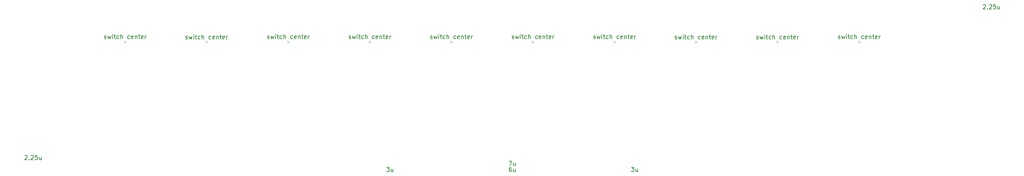
<source format=gbr>
%TF.GenerationSoftware,KiCad,Pcbnew,8.0.4*%
%TF.CreationDate,2024-08-19T01:28:38+08:00*%
%TF.ProjectId,cloak-xt,636c6f61-6b2d-4787-942e-6b696361645f,rev?*%
%TF.SameCoordinates,Original*%
%TF.FileFunction,Other,Comment*%
%FSLAX46Y46*%
G04 Gerber Fmt 4.6, Leading zero omitted, Abs format (unit mm)*
G04 Created by KiCad (PCBNEW 8.0.4) date 2024-08-19 01:28:38*
%MOMM*%
%LPD*%
G01*
G04 APERTURE LIST*
%ADD10C,0.150000*%
%ADD11C,0.120000*%
G04 APERTURE END LIST*
D10*
X95457392Y-125254861D02*
X95552630Y-125302480D01*
X95552630Y-125302480D02*
X95743106Y-125302480D01*
X95743106Y-125302480D02*
X95838344Y-125254861D01*
X95838344Y-125254861D02*
X95885963Y-125159622D01*
X95885963Y-125159622D02*
X95885963Y-125112003D01*
X95885963Y-125112003D02*
X95838344Y-125016765D01*
X95838344Y-125016765D02*
X95743106Y-124969146D01*
X95743106Y-124969146D02*
X95600249Y-124969146D01*
X95600249Y-124969146D02*
X95505011Y-124921527D01*
X95505011Y-124921527D02*
X95457392Y-124826289D01*
X95457392Y-124826289D02*
X95457392Y-124778670D01*
X95457392Y-124778670D02*
X95505011Y-124683432D01*
X95505011Y-124683432D02*
X95600249Y-124635813D01*
X95600249Y-124635813D02*
X95743106Y-124635813D01*
X95743106Y-124635813D02*
X95838344Y-124683432D01*
X96219297Y-124635813D02*
X96409773Y-125302480D01*
X96409773Y-125302480D02*
X96600249Y-124826289D01*
X96600249Y-124826289D02*
X96790725Y-125302480D01*
X96790725Y-125302480D02*
X96981201Y-124635813D01*
X97362154Y-125302480D02*
X97362154Y-124635813D01*
X97362154Y-124302480D02*
X97314535Y-124350099D01*
X97314535Y-124350099D02*
X97362154Y-124397718D01*
X97362154Y-124397718D02*
X97409773Y-124350099D01*
X97409773Y-124350099D02*
X97362154Y-124302480D01*
X97362154Y-124302480D02*
X97362154Y-124397718D01*
X97695487Y-124635813D02*
X98076439Y-124635813D01*
X97838344Y-124302480D02*
X97838344Y-125159622D01*
X97838344Y-125159622D02*
X97885963Y-125254861D01*
X97885963Y-125254861D02*
X97981201Y-125302480D01*
X97981201Y-125302480D02*
X98076439Y-125302480D01*
X98838344Y-125254861D02*
X98743106Y-125302480D01*
X98743106Y-125302480D02*
X98552630Y-125302480D01*
X98552630Y-125302480D02*
X98457392Y-125254861D01*
X98457392Y-125254861D02*
X98409773Y-125207241D01*
X98409773Y-125207241D02*
X98362154Y-125112003D01*
X98362154Y-125112003D02*
X98362154Y-124826289D01*
X98362154Y-124826289D02*
X98409773Y-124731051D01*
X98409773Y-124731051D02*
X98457392Y-124683432D01*
X98457392Y-124683432D02*
X98552630Y-124635813D01*
X98552630Y-124635813D02*
X98743106Y-124635813D01*
X98743106Y-124635813D02*
X98838344Y-124683432D01*
X99266916Y-125302480D02*
X99266916Y-124302480D01*
X99695487Y-125302480D02*
X99695487Y-124778670D01*
X99695487Y-124778670D02*
X99647868Y-124683432D01*
X99647868Y-124683432D02*
X99552630Y-124635813D01*
X99552630Y-124635813D02*
X99409773Y-124635813D01*
X99409773Y-124635813D02*
X99314535Y-124683432D01*
X99314535Y-124683432D02*
X99266916Y-124731051D01*
X101362154Y-125254861D02*
X101266916Y-125302480D01*
X101266916Y-125302480D02*
X101076440Y-125302480D01*
X101076440Y-125302480D02*
X100981202Y-125254861D01*
X100981202Y-125254861D02*
X100933583Y-125207241D01*
X100933583Y-125207241D02*
X100885964Y-125112003D01*
X100885964Y-125112003D02*
X100885964Y-124826289D01*
X100885964Y-124826289D02*
X100933583Y-124731051D01*
X100933583Y-124731051D02*
X100981202Y-124683432D01*
X100981202Y-124683432D02*
X101076440Y-124635813D01*
X101076440Y-124635813D02*
X101266916Y-124635813D01*
X101266916Y-124635813D02*
X101362154Y-124683432D01*
X102171678Y-125254861D02*
X102076440Y-125302480D01*
X102076440Y-125302480D02*
X101885964Y-125302480D01*
X101885964Y-125302480D02*
X101790726Y-125254861D01*
X101790726Y-125254861D02*
X101743107Y-125159622D01*
X101743107Y-125159622D02*
X101743107Y-124778670D01*
X101743107Y-124778670D02*
X101790726Y-124683432D01*
X101790726Y-124683432D02*
X101885964Y-124635813D01*
X101885964Y-124635813D02*
X102076440Y-124635813D01*
X102076440Y-124635813D02*
X102171678Y-124683432D01*
X102171678Y-124683432D02*
X102219297Y-124778670D01*
X102219297Y-124778670D02*
X102219297Y-124873908D01*
X102219297Y-124873908D02*
X101743107Y-124969146D01*
X102647869Y-124635813D02*
X102647869Y-125302480D01*
X102647869Y-124731051D02*
X102695488Y-124683432D01*
X102695488Y-124683432D02*
X102790726Y-124635813D01*
X102790726Y-124635813D02*
X102933583Y-124635813D01*
X102933583Y-124635813D02*
X103028821Y-124683432D01*
X103028821Y-124683432D02*
X103076440Y-124778670D01*
X103076440Y-124778670D02*
X103076440Y-125302480D01*
X103409774Y-124635813D02*
X103790726Y-124635813D01*
X103552631Y-124302480D02*
X103552631Y-125159622D01*
X103552631Y-125159622D02*
X103600250Y-125254861D01*
X103600250Y-125254861D02*
X103695488Y-125302480D01*
X103695488Y-125302480D02*
X103790726Y-125302480D01*
X104505012Y-125254861D02*
X104409774Y-125302480D01*
X104409774Y-125302480D02*
X104219298Y-125302480D01*
X104219298Y-125302480D02*
X104124060Y-125254861D01*
X104124060Y-125254861D02*
X104076441Y-125159622D01*
X104076441Y-125159622D02*
X104076441Y-124778670D01*
X104076441Y-124778670D02*
X104124060Y-124683432D01*
X104124060Y-124683432D02*
X104219298Y-124635813D01*
X104219298Y-124635813D02*
X104409774Y-124635813D01*
X104409774Y-124635813D02*
X104505012Y-124683432D01*
X104505012Y-124683432D02*
X104552631Y-124778670D01*
X104552631Y-124778670D02*
X104552631Y-124873908D01*
X104552631Y-124873908D02*
X104076441Y-124969146D01*
X104981203Y-125302480D02*
X104981203Y-124635813D01*
X104981203Y-124826289D02*
X105028822Y-124731051D01*
X105028822Y-124731051D02*
X105076441Y-124683432D01*
X105076441Y-124683432D02*
X105171679Y-124635813D01*
X105171679Y-124635813D02*
X105266917Y-124635813D01*
X209757392Y-125254861D02*
X209852630Y-125302480D01*
X209852630Y-125302480D02*
X210043106Y-125302480D01*
X210043106Y-125302480D02*
X210138344Y-125254861D01*
X210138344Y-125254861D02*
X210185963Y-125159622D01*
X210185963Y-125159622D02*
X210185963Y-125112003D01*
X210185963Y-125112003D02*
X210138344Y-125016765D01*
X210138344Y-125016765D02*
X210043106Y-124969146D01*
X210043106Y-124969146D02*
X209900249Y-124969146D01*
X209900249Y-124969146D02*
X209805011Y-124921527D01*
X209805011Y-124921527D02*
X209757392Y-124826289D01*
X209757392Y-124826289D02*
X209757392Y-124778670D01*
X209757392Y-124778670D02*
X209805011Y-124683432D01*
X209805011Y-124683432D02*
X209900249Y-124635813D01*
X209900249Y-124635813D02*
X210043106Y-124635813D01*
X210043106Y-124635813D02*
X210138344Y-124683432D01*
X210519297Y-124635813D02*
X210709773Y-125302480D01*
X210709773Y-125302480D02*
X210900249Y-124826289D01*
X210900249Y-124826289D02*
X211090725Y-125302480D01*
X211090725Y-125302480D02*
X211281201Y-124635813D01*
X211662154Y-125302480D02*
X211662154Y-124635813D01*
X211662154Y-124302480D02*
X211614535Y-124350099D01*
X211614535Y-124350099D02*
X211662154Y-124397718D01*
X211662154Y-124397718D02*
X211709773Y-124350099D01*
X211709773Y-124350099D02*
X211662154Y-124302480D01*
X211662154Y-124302480D02*
X211662154Y-124397718D01*
X211995487Y-124635813D02*
X212376439Y-124635813D01*
X212138344Y-124302480D02*
X212138344Y-125159622D01*
X212138344Y-125159622D02*
X212185963Y-125254861D01*
X212185963Y-125254861D02*
X212281201Y-125302480D01*
X212281201Y-125302480D02*
X212376439Y-125302480D01*
X213138344Y-125254861D02*
X213043106Y-125302480D01*
X213043106Y-125302480D02*
X212852630Y-125302480D01*
X212852630Y-125302480D02*
X212757392Y-125254861D01*
X212757392Y-125254861D02*
X212709773Y-125207241D01*
X212709773Y-125207241D02*
X212662154Y-125112003D01*
X212662154Y-125112003D02*
X212662154Y-124826289D01*
X212662154Y-124826289D02*
X212709773Y-124731051D01*
X212709773Y-124731051D02*
X212757392Y-124683432D01*
X212757392Y-124683432D02*
X212852630Y-124635813D01*
X212852630Y-124635813D02*
X213043106Y-124635813D01*
X213043106Y-124635813D02*
X213138344Y-124683432D01*
X213566916Y-125302480D02*
X213566916Y-124302480D01*
X213995487Y-125302480D02*
X213995487Y-124778670D01*
X213995487Y-124778670D02*
X213947868Y-124683432D01*
X213947868Y-124683432D02*
X213852630Y-124635813D01*
X213852630Y-124635813D02*
X213709773Y-124635813D01*
X213709773Y-124635813D02*
X213614535Y-124683432D01*
X213614535Y-124683432D02*
X213566916Y-124731051D01*
X215662154Y-125254861D02*
X215566916Y-125302480D01*
X215566916Y-125302480D02*
X215376440Y-125302480D01*
X215376440Y-125302480D02*
X215281202Y-125254861D01*
X215281202Y-125254861D02*
X215233583Y-125207241D01*
X215233583Y-125207241D02*
X215185964Y-125112003D01*
X215185964Y-125112003D02*
X215185964Y-124826289D01*
X215185964Y-124826289D02*
X215233583Y-124731051D01*
X215233583Y-124731051D02*
X215281202Y-124683432D01*
X215281202Y-124683432D02*
X215376440Y-124635813D01*
X215376440Y-124635813D02*
X215566916Y-124635813D01*
X215566916Y-124635813D02*
X215662154Y-124683432D01*
X216471678Y-125254861D02*
X216376440Y-125302480D01*
X216376440Y-125302480D02*
X216185964Y-125302480D01*
X216185964Y-125302480D02*
X216090726Y-125254861D01*
X216090726Y-125254861D02*
X216043107Y-125159622D01*
X216043107Y-125159622D02*
X216043107Y-124778670D01*
X216043107Y-124778670D02*
X216090726Y-124683432D01*
X216090726Y-124683432D02*
X216185964Y-124635813D01*
X216185964Y-124635813D02*
X216376440Y-124635813D01*
X216376440Y-124635813D02*
X216471678Y-124683432D01*
X216471678Y-124683432D02*
X216519297Y-124778670D01*
X216519297Y-124778670D02*
X216519297Y-124873908D01*
X216519297Y-124873908D02*
X216043107Y-124969146D01*
X216947869Y-124635813D02*
X216947869Y-125302480D01*
X216947869Y-124731051D02*
X216995488Y-124683432D01*
X216995488Y-124683432D02*
X217090726Y-124635813D01*
X217090726Y-124635813D02*
X217233583Y-124635813D01*
X217233583Y-124635813D02*
X217328821Y-124683432D01*
X217328821Y-124683432D02*
X217376440Y-124778670D01*
X217376440Y-124778670D02*
X217376440Y-125302480D01*
X217709774Y-124635813D02*
X218090726Y-124635813D01*
X217852631Y-124302480D02*
X217852631Y-125159622D01*
X217852631Y-125159622D02*
X217900250Y-125254861D01*
X217900250Y-125254861D02*
X217995488Y-125302480D01*
X217995488Y-125302480D02*
X218090726Y-125302480D01*
X218805012Y-125254861D02*
X218709774Y-125302480D01*
X218709774Y-125302480D02*
X218519298Y-125302480D01*
X218519298Y-125302480D02*
X218424060Y-125254861D01*
X218424060Y-125254861D02*
X218376441Y-125159622D01*
X218376441Y-125159622D02*
X218376441Y-124778670D01*
X218376441Y-124778670D02*
X218424060Y-124683432D01*
X218424060Y-124683432D02*
X218519298Y-124635813D01*
X218519298Y-124635813D02*
X218709774Y-124635813D01*
X218709774Y-124635813D02*
X218805012Y-124683432D01*
X218805012Y-124683432D02*
X218852631Y-124778670D01*
X218852631Y-124778670D02*
X218852631Y-124873908D01*
X218852631Y-124873908D02*
X218376441Y-124969146D01*
X219281203Y-125302480D02*
X219281203Y-124635813D01*
X219281203Y-124826289D02*
X219328822Y-124731051D01*
X219328822Y-124731051D02*
X219376441Y-124683432D01*
X219376441Y-124683432D02*
X219471679Y-124635813D01*
X219471679Y-124635813D02*
X219566917Y-124635813D01*
X228754267Y-125298611D02*
X228849505Y-125346230D01*
X228849505Y-125346230D02*
X229039981Y-125346230D01*
X229039981Y-125346230D02*
X229135219Y-125298611D01*
X229135219Y-125298611D02*
X229182838Y-125203372D01*
X229182838Y-125203372D02*
X229182838Y-125155753D01*
X229182838Y-125155753D02*
X229135219Y-125060515D01*
X229135219Y-125060515D02*
X229039981Y-125012896D01*
X229039981Y-125012896D02*
X228897124Y-125012896D01*
X228897124Y-125012896D02*
X228801886Y-124965277D01*
X228801886Y-124965277D02*
X228754267Y-124870039D01*
X228754267Y-124870039D02*
X228754267Y-124822420D01*
X228754267Y-124822420D02*
X228801886Y-124727182D01*
X228801886Y-124727182D02*
X228897124Y-124679563D01*
X228897124Y-124679563D02*
X229039981Y-124679563D01*
X229039981Y-124679563D02*
X229135219Y-124727182D01*
X229516172Y-124679563D02*
X229706648Y-125346230D01*
X229706648Y-125346230D02*
X229897124Y-124870039D01*
X229897124Y-124870039D02*
X230087600Y-125346230D01*
X230087600Y-125346230D02*
X230278076Y-124679563D01*
X230659029Y-125346230D02*
X230659029Y-124679563D01*
X230659029Y-124346230D02*
X230611410Y-124393849D01*
X230611410Y-124393849D02*
X230659029Y-124441468D01*
X230659029Y-124441468D02*
X230706648Y-124393849D01*
X230706648Y-124393849D02*
X230659029Y-124346230D01*
X230659029Y-124346230D02*
X230659029Y-124441468D01*
X230992362Y-124679563D02*
X231373314Y-124679563D01*
X231135219Y-124346230D02*
X231135219Y-125203372D01*
X231135219Y-125203372D02*
X231182838Y-125298611D01*
X231182838Y-125298611D02*
X231278076Y-125346230D01*
X231278076Y-125346230D02*
X231373314Y-125346230D01*
X232135219Y-125298611D02*
X232039981Y-125346230D01*
X232039981Y-125346230D02*
X231849505Y-125346230D01*
X231849505Y-125346230D02*
X231754267Y-125298611D01*
X231754267Y-125298611D02*
X231706648Y-125250991D01*
X231706648Y-125250991D02*
X231659029Y-125155753D01*
X231659029Y-125155753D02*
X231659029Y-124870039D01*
X231659029Y-124870039D02*
X231706648Y-124774801D01*
X231706648Y-124774801D02*
X231754267Y-124727182D01*
X231754267Y-124727182D02*
X231849505Y-124679563D01*
X231849505Y-124679563D02*
X232039981Y-124679563D01*
X232039981Y-124679563D02*
X232135219Y-124727182D01*
X232563791Y-125346230D02*
X232563791Y-124346230D01*
X232992362Y-125346230D02*
X232992362Y-124822420D01*
X232992362Y-124822420D02*
X232944743Y-124727182D01*
X232944743Y-124727182D02*
X232849505Y-124679563D01*
X232849505Y-124679563D02*
X232706648Y-124679563D01*
X232706648Y-124679563D02*
X232611410Y-124727182D01*
X232611410Y-124727182D02*
X232563791Y-124774801D01*
X234659029Y-125298611D02*
X234563791Y-125346230D01*
X234563791Y-125346230D02*
X234373315Y-125346230D01*
X234373315Y-125346230D02*
X234278077Y-125298611D01*
X234278077Y-125298611D02*
X234230458Y-125250991D01*
X234230458Y-125250991D02*
X234182839Y-125155753D01*
X234182839Y-125155753D02*
X234182839Y-124870039D01*
X234182839Y-124870039D02*
X234230458Y-124774801D01*
X234230458Y-124774801D02*
X234278077Y-124727182D01*
X234278077Y-124727182D02*
X234373315Y-124679563D01*
X234373315Y-124679563D02*
X234563791Y-124679563D01*
X234563791Y-124679563D02*
X234659029Y-124727182D01*
X235468553Y-125298611D02*
X235373315Y-125346230D01*
X235373315Y-125346230D02*
X235182839Y-125346230D01*
X235182839Y-125346230D02*
X235087601Y-125298611D01*
X235087601Y-125298611D02*
X235039982Y-125203372D01*
X235039982Y-125203372D02*
X235039982Y-124822420D01*
X235039982Y-124822420D02*
X235087601Y-124727182D01*
X235087601Y-124727182D02*
X235182839Y-124679563D01*
X235182839Y-124679563D02*
X235373315Y-124679563D01*
X235373315Y-124679563D02*
X235468553Y-124727182D01*
X235468553Y-124727182D02*
X235516172Y-124822420D01*
X235516172Y-124822420D02*
X235516172Y-124917658D01*
X235516172Y-124917658D02*
X235039982Y-125012896D01*
X235944744Y-124679563D02*
X235944744Y-125346230D01*
X235944744Y-124774801D02*
X235992363Y-124727182D01*
X235992363Y-124727182D02*
X236087601Y-124679563D01*
X236087601Y-124679563D02*
X236230458Y-124679563D01*
X236230458Y-124679563D02*
X236325696Y-124727182D01*
X236325696Y-124727182D02*
X236373315Y-124822420D01*
X236373315Y-124822420D02*
X236373315Y-125346230D01*
X236706649Y-124679563D02*
X237087601Y-124679563D01*
X236849506Y-124346230D02*
X236849506Y-125203372D01*
X236849506Y-125203372D02*
X236897125Y-125298611D01*
X236897125Y-125298611D02*
X236992363Y-125346230D01*
X236992363Y-125346230D02*
X237087601Y-125346230D01*
X237801887Y-125298611D02*
X237706649Y-125346230D01*
X237706649Y-125346230D02*
X237516173Y-125346230D01*
X237516173Y-125346230D02*
X237420935Y-125298611D01*
X237420935Y-125298611D02*
X237373316Y-125203372D01*
X237373316Y-125203372D02*
X237373316Y-124822420D01*
X237373316Y-124822420D02*
X237420935Y-124727182D01*
X237420935Y-124727182D02*
X237516173Y-124679563D01*
X237516173Y-124679563D02*
X237706649Y-124679563D01*
X237706649Y-124679563D02*
X237801887Y-124727182D01*
X237801887Y-124727182D02*
X237849506Y-124822420D01*
X237849506Y-124822420D02*
X237849506Y-124917658D01*
X237849506Y-124917658D02*
X237373316Y-125012896D01*
X238278078Y-125346230D02*
X238278078Y-124679563D01*
X238278078Y-124870039D02*
X238325697Y-124774801D01*
X238325697Y-124774801D02*
X238373316Y-124727182D01*
X238373316Y-124727182D02*
X238468554Y-124679563D01*
X238468554Y-124679563D02*
X238563792Y-124679563D01*
X247804267Y-125298611D02*
X247899505Y-125346230D01*
X247899505Y-125346230D02*
X248089981Y-125346230D01*
X248089981Y-125346230D02*
X248185219Y-125298611D01*
X248185219Y-125298611D02*
X248232838Y-125203372D01*
X248232838Y-125203372D02*
X248232838Y-125155753D01*
X248232838Y-125155753D02*
X248185219Y-125060515D01*
X248185219Y-125060515D02*
X248089981Y-125012896D01*
X248089981Y-125012896D02*
X247947124Y-125012896D01*
X247947124Y-125012896D02*
X247851886Y-124965277D01*
X247851886Y-124965277D02*
X247804267Y-124870039D01*
X247804267Y-124870039D02*
X247804267Y-124822420D01*
X247804267Y-124822420D02*
X247851886Y-124727182D01*
X247851886Y-124727182D02*
X247947124Y-124679563D01*
X247947124Y-124679563D02*
X248089981Y-124679563D01*
X248089981Y-124679563D02*
X248185219Y-124727182D01*
X248566172Y-124679563D02*
X248756648Y-125346230D01*
X248756648Y-125346230D02*
X248947124Y-124870039D01*
X248947124Y-124870039D02*
X249137600Y-125346230D01*
X249137600Y-125346230D02*
X249328076Y-124679563D01*
X249709029Y-125346230D02*
X249709029Y-124679563D01*
X249709029Y-124346230D02*
X249661410Y-124393849D01*
X249661410Y-124393849D02*
X249709029Y-124441468D01*
X249709029Y-124441468D02*
X249756648Y-124393849D01*
X249756648Y-124393849D02*
X249709029Y-124346230D01*
X249709029Y-124346230D02*
X249709029Y-124441468D01*
X250042362Y-124679563D02*
X250423314Y-124679563D01*
X250185219Y-124346230D02*
X250185219Y-125203372D01*
X250185219Y-125203372D02*
X250232838Y-125298611D01*
X250232838Y-125298611D02*
X250328076Y-125346230D01*
X250328076Y-125346230D02*
X250423314Y-125346230D01*
X251185219Y-125298611D02*
X251089981Y-125346230D01*
X251089981Y-125346230D02*
X250899505Y-125346230D01*
X250899505Y-125346230D02*
X250804267Y-125298611D01*
X250804267Y-125298611D02*
X250756648Y-125250991D01*
X250756648Y-125250991D02*
X250709029Y-125155753D01*
X250709029Y-125155753D02*
X250709029Y-124870039D01*
X250709029Y-124870039D02*
X250756648Y-124774801D01*
X250756648Y-124774801D02*
X250804267Y-124727182D01*
X250804267Y-124727182D02*
X250899505Y-124679563D01*
X250899505Y-124679563D02*
X251089981Y-124679563D01*
X251089981Y-124679563D02*
X251185219Y-124727182D01*
X251613791Y-125346230D02*
X251613791Y-124346230D01*
X252042362Y-125346230D02*
X252042362Y-124822420D01*
X252042362Y-124822420D02*
X251994743Y-124727182D01*
X251994743Y-124727182D02*
X251899505Y-124679563D01*
X251899505Y-124679563D02*
X251756648Y-124679563D01*
X251756648Y-124679563D02*
X251661410Y-124727182D01*
X251661410Y-124727182D02*
X251613791Y-124774801D01*
X253709029Y-125298611D02*
X253613791Y-125346230D01*
X253613791Y-125346230D02*
X253423315Y-125346230D01*
X253423315Y-125346230D02*
X253328077Y-125298611D01*
X253328077Y-125298611D02*
X253280458Y-125250991D01*
X253280458Y-125250991D02*
X253232839Y-125155753D01*
X253232839Y-125155753D02*
X253232839Y-124870039D01*
X253232839Y-124870039D02*
X253280458Y-124774801D01*
X253280458Y-124774801D02*
X253328077Y-124727182D01*
X253328077Y-124727182D02*
X253423315Y-124679563D01*
X253423315Y-124679563D02*
X253613791Y-124679563D01*
X253613791Y-124679563D02*
X253709029Y-124727182D01*
X254518553Y-125298611D02*
X254423315Y-125346230D01*
X254423315Y-125346230D02*
X254232839Y-125346230D01*
X254232839Y-125346230D02*
X254137601Y-125298611D01*
X254137601Y-125298611D02*
X254089982Y-125203372D01*
X254089982Y-125203372D02*
X254089982Y-124822420D01*
X254089982Y-124822420D02*
X254137601Y-124727182D01*
X254137601Y-124727182D02*
X254232839Y-124679563D01*
X254232839Y-124679563D02*
X254423315Y-124679563D01*
X254423315Y-124679563D02*
X254518553Y-124727182D01*
X254518553Y-124727182D02*
X254566172Y-124822420D01*
X254566172Y-124822420D02*
X254566172Y-124917658D01*
X254566172Y-124917658D02*
X254089982Y-125012896D01*
X254994744Y-124679563D02*
X254994744Y-125346230D01*
X254994744Y-124774801D02*
X255042363Y-124727182D01*
X255042363Y-124727182D02*
X255137601Y-124679563D01*
X255137601Y-124679563D02*
X255280458Y-124679563D01*
X255280458Y-124679563D02*
X255375696Y-124727182D01*
X255375696Y-124727182D02*
X255423315Y-124822420D01*
X255423315Y-124822420D02*
X255423315Y-125346230D01*
X255756649Y-124679563D02*
X256137601Y-124679563D01*
X255899506Y-124346230D02*
X255899506Y-125203372D01*
X255899506Y-125203372D02*
X255947125Y-125298611D01*
X255947125Y-125298611D02*
X256042363Y-125346230D01*
X256042363Y-125346230D02*
X256137601Y-125346230D01*
X256851887Y-125298611D02*
X256756649Y-125346230D01*
X256756649Y-125346230D02*
X256566173Y-125346230D01*
X256566173Y-125346230D02*
X256470935Y-125298611D01*
X256470935Y-125298611D02*
X256423316Y-125203372D01*
X256423316Y-125203372D02*
X256423316Y-124822420D01*
X256423316Y-124822420D02*
X256470935Y-124727182D01*
X256470935Y-124727182D02*
X256566173Y-124679563D01*
X256566173Y-124679563D02*
X256756649Y-124679563D01*
X256756649Y-124679563D02*
X256851887Y-124727182D01*
X256851887Y-124727182D02*
X256899506Y-124822420D01*
X256899506Y-124822420D02*
X256899506Y-124917658D01*
X256899506Y-124917658D02*
X256423316Y-125012896D01*
X257328078Y-125346230D02*
X257328078Y-124679563D01*
X257328078Y-124870039D02*
X257375697Y-124774801D01*
X257375697Y-124774801D02*
X257423316Y-124727182D01*
X257423316Y-124727182D02*
X257518554Y-124679563D01*
X257518554Y-124679563D02*
X257613792Y-124679563D01*
X114454267Y-125298611D02*
X114549505Y-125346230D01*
X114549505Y-125346230D02*
X114739981Y-125346230D01*
X114739981Y-125346230D02*
X114835219Y-125298611D01*
X114835219Y-125298611D02*
X114882838Y-125203372D01*
X114882838Y-125203372D02*
X114882838Y-125155753D01*
X114882838Y-125155753D02*
X114835219Y-125060515D01*
X114835219Y-125060515D02*
X114739981Y-125012896D01*
X114739981Y-125012896D02*
X114597124Y-125012896D01*
X114597124Y-125012896D02*
X114501886Y-124965277D01*
X114501886Y-124965277D02*
X114454267Y-124870039D01*
X114454267Y-124870039D02*
X114454267Y-124822420D01*
X114454267Y-124822420D02*
X114501886Y-124727182D01*
X114501886Y-124727182D02*
X114597124Y-124679563D01*
X114597124Y-124679563D02*
X114739981Y-124679563D01*
X114739981Y-124679563D02*
X114835219Y-124727182D01*
X115216172Y-124679563D02*
X115406648Y-125346230D01*
X115406648Y-125346230D02*
X115597124Y-124870039D01*
X115597124Y-124870039D02*
X115787600Y-125346230D01*
X115787600Y-125346230D02*
X115978076Y-124679563D01*
X116359029Y-125346230D02*
X116359029Y-124679563D01*
X116359029Y-124346230D02*
X116311410Y-124393849D01*
X116311410Y-124393849D02*
X116359029Y-124441468D01*
X116359029Y-124441468D02*
X116406648Y-124393849D01*
X116406648Y-124393849D02*
X116359029Y-124346230D01*
X116359029Y-124346230D02*
X116359029Y-124441468D01*
X116692362Y-124679563D02*
X117073314Y-124679563D01*
X116835219Y-124346230D02*
X116835219Y-125203372D01*
X116835219Y-125203372D02*
X116882838Y-125298611D01*
X116882838Y-125298611D02*
X116978076Y-125346230D01*
X116978076Y-125346230D02*
X117073314Y-125346230D01*
X117835219Y-125298611D02*
X117739981Y-125346230D01*
X117739981Y-125346230D02*
X117549505Y-125346230D01*
X117549505Y-125346230D02*
X117454267Y-125298611D01*
X117454267Y-125298611D02*
X117406648Y-125250991D01*
X117406648Y-125250991D02*
X117359029Y-125155753D01*
X117359029Y-125155753D02*
X117359029Y-124870039D01*
X117359029Y-124870039D02*
X117406648Y-124774801D01*
X117406648Y-124774801D02*
X117454267Y-124727182D01*
X117454267Y-124727182D02*
X117549505Y-124679563D01*
X117549505Y-124679563D02*
X117739981Y-124679563D01*
X117739981Y-124679563D02*
X117835219Y-124727182D01*
X118263791Y-125346230D02*
X118263791Y-124346230D01*
X118692362Y-125346230D02*
X118692362Y-124822420D01*
X118692362Y-124822420D02*
X118644743Y-124727182D01*
X118644743Y-124727182D02*
X118549505Y-124679563D01*
X118549505Y-124679563D02*
X118406648Y-124679563D01*
X118406648Y-124679563D02*
X118311410Y-124727182D01*
X118311410Y-124727182D02*
X118263791Y-124774801D01*
X120359029Y-125298611D02*
X120263791Y-125346230D01*
X120263791Y-125346230D02*
X120073315Y-125346230D01*
X120073315Y-125346230D02*
X119978077Y-125298611D01*
X119978077Y-125298611D02*
X119930458Y-125250991D01*
X119930458Y-125250991D02*
X119882839Y-125155753D01*
X119882839Y-125155753D02*
X119882839Y-124870039D01*
X119882839Y-124870039D02*
X119930458Y-124774801D01*
X119930458Y-124774801D02*
X119978077Y-124727182D01*
X119978077Y-124727182D02*
X120073315Y-124679563D01*
X120073315Y-124679563D02*
X120263791Y-124679563D01*
X120263791Y-124679563D02*
X120359029Y-124727182D01*
X121168553Y-125298611D02*
X121073315Y-125346230D01*
X121073315Y-125346230D02*
X120882839Y-125346230D01*
X120882839Y-125346230D02*
X120787601Y-125298611D01*
X120787601Y-125298611D02*
X120739982Y-125203372D01*
X120739982Y-125203372D02*
X120739982Y-124822420D01*
X120739982Y-124822420D02*
X120787601Y-124727182D01*
X120787601Y-124727182D02*
X120882839Y-124679563D01*
X120882839Y-124679563D02*
X121073315Y-124679563D01*
X121073315Y-124679563D02*
X121168553Y-124727182D01*
X121168553Y-124727182D02*
X121216172Y-124822420D01*
X121216172Y-124822420D02*
X121216172Y-124917658D01*
X121216172Y-124917658D02*
X120739982Y-125012896D01*
X121644744Y-124679563D02*
X121644744Y-125346230D01*
X121644744Y-124774801D02*
X121692363Y-124727182D01*
X121692363Y-124727182D02*
X121787601Y-124679563D01*
X121787601Y-124679563D02*
X121930458Y-124679563D01*
X121930458Y-124679563D02*
X122025696Y-124727182D01*
X122025696Y-124727182D02*
X122073315Y-124822420D01*
X122073315Y-124822420D02*
X122073315Y-125346230D01*
X122406649Y-124679563D02*
X122787601Y-124679563D01*
X122549506Y-124346230D02*
X122549506Y-125203372D01*
X122549506Y-125203372D02*
X122597125Y-125298611D01*
X122597125Y-125298611D02*
X122692363Y-125346230D01*
X122692363Y-125346230D02*
X122787601Y-125346230D01*
X123501887Y-125298611D02*
X123406649Y-125346230D01*
X123406649Y-125346230D02*
X123216173Y-125346230D01*
X123216173Y-125346230D02*
X123120935Y-125298611D01*
X123120935Y-125298611D02*
X123073316Y-125203372D01*
X123073316Y-125203372D02*
X123073316Y-124822420D01*
X123073316Y-124822420D02*
X123120935Y-124727182D01*
X123120935Y-124727182D02*
X123216173Y-124679563D01*
X123216173Y-124679563D02*
X123406649Y-124679563D01*
X123406649Y-124679563D02*
X123501887Y-124727182D01*
X123501887Y-124727182D02*
X123549506Y-124822420D01*
X123549506Y-124822420D02*
X123549506Y-124917658D01*
X123549506Y-124917658D02*
X123073316Y-125012896D01*
X123978078Y-125346230D02*
X123978078Y-124679563D01*
X123978078Y-124870039D02*
X124025697Y-124774801D01*
X124025697Y-124774801D02*
X124073316Y-124727182D01*
X124073316Y-124727182D02*
X124168554Y-124679563D01*
X124168554Y-124679563D02*
X124263792Y-124679563D01*
X133557392Y-125254861D02*
X133652630Y-125302480D01*
X133652630Y-125302480D02*
X133843106Y-125302480D01*
X133843106Y-125302480D02*
X133938344Y-125254861D01*
X133938344Y-125254861D02*
X133985963Y-125159622D01*
X133985963Y-125159622D02*
X133985963Y-125112003D01*
X133985963Y-125112003D02*
X133938344Y-125016765D01*
X133938344Y-125016765D02*
X133843106Y-124969146D01*
X133843106Y-124969146D02*
X133700249Y-124969146D01*
X133700249Y-124969146D02*
X133605011Y-124921527D01*
X133605011Y-124921527D02*
X133557392Y-124826289D01*
X133557392Y-124826289D02*
X133557392Y-124778670D01*
X133557392Y-124778670D02*
X133605011Y-124683432D01*
X133605011Y-124683432D02*
X133700249Y-124635813D01*
X133700249Y-124635813D02*
X133843106Y-124635813D01*
X133843106Y-124635813D02*
X133938344Y-124683432D01*
X134319297Y-124635813D02*
X134509773Y-125302480D01*
X134509773Y-125302480D02*
X134700249Y-124826289D01*
X134700249Y-124826289D02*
X134890725Y-125302480D01*
X134890725Y-125302480D02*
X135081201Y-124635813D01*
X135462154Y-125302480D02*
X135462154Y-124635813D01*
X135462154Y-124302480D02*
X135414535Y-124350099D01*
X135414535Y-124350099D02*
X135462154Y-124397718D01*
X135462154Y-124397718D02*
X135509773Y-124350099D01*
X135509773Y-124350099D02*
X135462154Y-124302480D01*
X135462154Y-124302480D02*
X135462154Y-124397718D01*
X135795487Y-124635813D02*
X136176439Y-124635813D01*
X135938344Y-124302480D02*
X135938344Y-125159622D01*
X135938344Y-125159622D02*
X135985963Y-125254861D01*
X135985963Y-125254861D02*
X136081201Y-125302480D01*
X136081201Y-125302480D02*
X136176439Y-125302480D01*
X136938344Y-125254861D02*
X136843106Y-125302480D01*
X136843106Y-125302480D02*
X136652630Y-125302480D01*
X136652630Y-125302480D02*
X136557392Y-125254861D01*
X136557392Y-125254861D02*
X136509773Y-125207241D01*
X136509773Y-125207241D02*
X136462154Y-125112003D01*
X136462154Y-125112003D02*
X136462154Y-124826289D01*
X136462154Y-124826289D02*
X136509773Y-124731051D01*
X136509773Y-124731051D02*
X136557392Y-124683432D01*
X136557392Y-124683432D02*
X136652630Y-124635813D01*
X136652630Y-124635813D02*
X136843106Y-124635813D01*
X136843106Y-124635813D02*
X136938344Y-124683432D01*
X137366916Y-125302480D02*
X137366916Y-124302480D01*
X137795487Y-125302480D02*
X137795487Y-124778670D01*
X137795487Y-124778670D02*
X137747868Y-124683432D01*
X137747868Y-124683432D02*
X137652630Y-124635813D01*
X137652630Y-124635813D02*
X137509773Y-124635813D01*
X137509773Y-124635813D02*
X137414535Y-124683432D01*
X137414535Y-124683432D02*
X137366916Y-124731051D01*
X139462154Y-125254861D02*
X139366916Y-125302480D01*
X139366916Y-125302480D02*
X139176440Y-125302480D01*
X139176440Y-125302480D02*
X139081202Y-125254861D01*
X139081202Y-125254861D02*
X139033583Y-125207241D01*
X139033583Y-125207241D02*
X138985964Y-125112003D01*
X138985964Y-125112003D02*
X138985964Y-124826289D01*
X138985964Y-124826289D02*
X139033583Y-124731051D01*
X139033583Y-124731051D02*
X139081202Y-124683432D01*
X139081202Y-124683432D02*
X139176440Y-124635813D01*
X139176440Y-124635813D02*
X139366916Y-124635813D01*
X139366916Y-124635813D02*
X139462154Y-124683432D01*
X140271678Y-125254861D02*
X140176440Y-125302480D01*
X140176440Y-125302480D02*
X139985964Y-125302480D01*
X139985964Y-125302480D02*
X139890726Y-125254861D01*
X139890726Y-125254861D02*
X139843107Y-125159622D01*
X139843107Y-125159622D02*
X139843107Y-124778670D01*
X139843107Y-124778670D02*
X139890726Y-124683432D01*
X139890726Y-124683432D02*
X139985964Y-124635813D01*
X139985964Y-124635813D02*
X140176440Y-124635813D01*
X140176440Y-124635813D02*
X140271678Y-124683432D01*
X140271678Y-124683432D02*
X140319297Y-124778670D01*
X140319297Y-124778670D02*
X140319297Y-124873908D01*
X140319297Y-124873908D02*
X139843107Y-124969146D01*
X140747869Y-124635813D02*
X140747869Y-125302480D01*
X140747869Y-124731051D02*
X140795488Y-124683432D01*
X140795488Y-124683432D02*
X140890726Y-124635813D01*
X140890726Y-124635813D02*
X141033583Y-124635813D01*
X141033583Y-124635813D02*
X141128821Y-124683432D01*
X141128821Y-124683432D02*
X141176440Y-124778670D01*
X141176440Y-124778670D02*
X141176440Y-125302480D01*
X141509774Y-124635813D02*
X141890726Y-124635813D01*
X141652631Y-124302480D02*
X141652631Y-125159622D01*
X141652631Y-125159622D02*
X141700250Y-125254861D01*
X141700250Y-125254861D02*
X141795488Y-125302480D01*
X141795488Y-125302480D02*
X141890726Y-125302480D01*
X142605012Y-125254861D02*
X142509774Y-125302480D01*
X142509774Y-125302480D02*
X142319298Y-125302480D01*
X142319298Y-125302480D02*
X142224060Y-125254861D01*
X142224060Y-125254861D02*
X142176441Y-125159622D01*
X142176441Y-125159622D02*
X142176441Y-124778670D01*
X142176441Y-124778670D02*
X142224060Y-124683432D01*
X142224060Y-124683432D02*
X142319298Y-124635813D01*
X142319298Y-124635813D02*
X142509774Y-124635813D01*
X142509774Y-124635813D02*
X142605012Y-124683432D01*
X142605012Y-124683432D02*
X142652631Y-124778670D01*
X142652631Y-124778670D02*
X142652631Y-124873908D01*
X142652631Y-124873908D02*
X142176441Y-124969146D01*
X143081203Y-125302480D02*
X143081203Y-124635813D01*
X143081203Y-124826289D02*
X143128822Y-124731051D01*
X143128822Y-124731051D02*
X143176441Y-124683432D01*
X143176441Y-124683432D02*
X143271679Y-124635813D01*
X143271679Y-124635813D02*
X143366917Y-124635813D01*
X152607392Y-125254861D02*
X152702630Y-125302480D01*
X152702630Y-125302480D02*
X152893106Y-125302480D01*
X152893106Y-125302480D02*
X152988344Y-125254861D01*
X152988344Y-125254861D02*
X153035963Y-125159622D01*
X153035963Y-125159622D02*
X153035963Y-125112003D01*
X153035963Y-125112003D02*
X152988344Y-125016765D01*
X152988344Y-125016765D02*
X152893106Y-124969146D01*
X152893106Y-124969146D02*
X152750249Y-124969146D01*
X152750249Y-124969146D02*
X152655011Y-124921527D01*
X152655011Y-124921527D02*
X152607392Y-124826289D01*
X152607392Y-124826289D02*
X152607392Y-124778670D01*
X152607392Y-124778670D02*
X152655011Y-124683432D01*
X152655011Y-124683432D02*
X152750249Y-124635813D01*
X152750249Y-124635813D02*
X152893106Y-124635813D01*
X152893106Y-124635813D02*
X152988344Y-124683432D01*
X153369297Y-124635813D02*
X153559773Y-125302480D01*
X153559773Y-125302480D02*
X153750249Y-124826289D01*
X153750249Y-124826289D02*
X153940725Y-125302480D01*
X153940725Y-125302480D02*
X154131201Y-124635813D01*
X154512154Y-125302480D02*
X154512154Y-124635813D01*
X154512154Y-124302480D02*
X154464535Y-124350099D01*
X154464535Y-124350099D02*
X154512154Y-124397718D01*
X154512154Y-124397718D02*
X154559773Y-124350099D01*
X154559773Y-124350099D02*
X154512154Y-124302480D01*
X154512154Y-124302480D02*
X154512154Y-124397718D01*
X154845487Y-124635813D02*
X155226439Y-124635813D01*
X154988344Y-124302480D02*
X154988344Y-125159622D01*
X154988344Y-125159622D02*
X155035963Y-125254861D01*
X155035963Y-125254861D02*
X155131201Y-125302480D01*
X155131201Y-125302480D02*
X155226439Y-125302480D01*
X155988344Y-125254861D02*
X155893106Y-125302480D01*
X155893106Y-125302480D02*
X155702630Y-125302480D01*
X155702630Y-125302480D02*
X155607392Y-125254861D01*
X155607392Y-125254861D02*
X155559773Y-125207241D01*
X155559773Y-125207241D02*
X155512154Y-125112003D01*
X155512154Y-125112003D02*
X155512154Y-124826289D01*
X155512154Y-124826289D02*
X155559773Y-124731051D01*
X155559773Y-124731051D02*
X155607392Y-124683432D01*
X155607392Y-124683432D02*
X155702630Y-124635813D01*
X155702630Y-124635813D02*
X155893106Y-124635813D01*
X155893106Y-124635813D02*
X155988344Y-124683432D01*
X156416916Y-125302480D02*
X156416916Y-124302480D01*
X156845487Y-125302480D02*
X156845487Y-124778670D01*
X156845487Y-124778670D02*
X156797868Y-124683432D01*
X156797868Y-124683432D02*
X156702630Y-124635813D01*
X156702630Y-124635813D02*
X156559773Y-124635813D01*
X156559773Y-124635813D02*
X156464535Y-124683432D01*
X156464535Y-124683432D02*
X156416916Y-124731051D01*
X158512154Y-125254861D02*
X158416916Y-125302480D01*
X158416916Y-125302480D02*
X158226440Y-125302480D01*
X158226440Y-125302480D02*
X158131202Y-125254861D01*
X158131202Y-125254861D02*
X158083583Y-125207241D01*
X158083583Y-125207241D02*
X158035964Y-125112003D01*
X158035964Y-125112003D02*
X158035964Y-124826289D01*
X158035964Y-124826289D02*
X158083583Y-124731051D01*
X158083583Y-124731051D02*
X158131202Y-124683432D01*
X158131202Y-124683432D02*
X158226440Y-124635813D01*
X158226440Y-124635813D02*
X158416916Y-124635813D01*
X158416916Y-124635813D02*
X158512154Y-124683432D01*
X159321678Y-125254861D02*
X159226440Y-125302480D01*
X159226440Y-125302480D02*
X159035964Y-125302480D01*
X159035964Y-125302480D02*
X158940726Y-125254861D01*
X158940726Y-125254861D02*
X158893107Y-125159622D01*
X158893107Y-125159622D02*
X158893107Y-124778670D01*
X158893107Y-124778670D02*
X158940726Y-124683432D01*
X158940726Y-124683432D02*
X159035964Y-124635813D01*
X159035964Y-124635813D02*
X159226440Y-124635813D01*
X159226440Y-124635813D02*
X159321678Y-124683432D01*
X159321678Y-124683432D02*
X159369297Y-124778670D01*
X159369297Y-124778670D02*
X159369297Y-124873908D01*
X159369297Y-124873908D02*
X158893107Y-124969146D01*
X159797869Y-124635813D02*
X159797869Y-125302480D01*
X159797869Y-124731051D02*
X159845488Y-124683432D01*
X159845488Y-124683432D02*
X159940726Y-124635813D01*
X159940726Y-124635813D02*
X160083583Y-124635813D01*
X160083583Y-124635813D02*
X160178821Y-124683432D01*
X160178821Y-124683432D02*
X160226440Y-124778670D01*
X160226440Y-124778670D02*
X160226440Y-125302480D01*
X160559774Y-124635813D02*
X160940726Y-124635813D01*
X160702631Y-124302480D02*
X160702631Y-125159622D01*
X160702631Y-125159622D02*
X160750250Y-125254861D01*
X160750250Y-125254861D02*
X160845488Y-125302480D01*
X160845488Y-125302480D02*
X160940726Y-125302480D01*
X161655012Y-125254861D02*
X161559774Y-125302480D01*
X161559774Y-125302480D02*
X161369298Y-125302480D01*
X161369298Y-125302480D02*
X161274060Y-125254861D01*
X161274060Y-125254861D02*
X161226441Y-125159622D01*
X161226441Y-125159622D02*
X161226441Y-124778670D01*
X161226441Y-124778670D02*
X161274060Y-124683432D01*
X161274060Y-124683432D02*
X161369298Y-124635813D01*
X161369298Y-124635813D02*
X161559774Y-124635813D01*
X161559774Y-124635813D02*
X161655012Y-124683432D01*
X161655012Y-124683432D02*
X161702631Y-124778670D01*
X161702631Y-124778670D02*
X161702631Y-124873908D01*
X161702631Y-124873908D02*
X161226441Y-124969146D01*
X162131203Y-125302480D02*
X162131203Y-124635813D01*
X162131203Y-124826289D02*
X162178822Y-124731051D01*
X162178822Y-124731051D02*
X162226441Y-124683432D01*
X162226441Y-124683432D02*
X162321679Y-124635813D01*
X162321679Y-124635813D02*
X162416917Y-124635813D01*
X171657392Y-125254861D02*
X171752630Y-125302480D01*
X171752630Y-125302480D02*
X171943106Y-125302480D01*
X171943106Y-125302480D02*
X172038344Y-125254861D01*
X172038344Y-125254861D02*
X172085963Y-125159622D01*
X172085963Y-125159622D02*
X172085963Y-125112003D01*
X172085963Y-125112003D02*
X172038344Y-125016765D01*
X172038344Y-125016765D02*
X171943106Y-124969146D01*
X171943106Y-124969146D02*
X171800249Y-124969146D01*
X171800249Y-124969146D02*
X171705011Y-124921527D01*
X171705011Y-124921527D02*
X171657392Y-124826289D01*
X171657392Y-124826289D02*
X171657392Y-124778670D01*
X171657392Y-124778670D02*
X171705011Y-124683432D01*
X171705011Y-124683432D02*
X171800249Y-124635813D01*
X171800249Y-124635813D02*
X171943106Y-124635813D01*
X171943106Y-124635813D02*
X172038344Y-124683432D01*
X172419297Y-124635813D02*
X172609773Y-125302480D01*
X172609773Y-125302480D02*
X172800249Y-124826289D01*
X172800249Y-124826289D02*
X172990725Y-125302480D01*
X172990725Y-125302480D02*
X173181201Y-124635813D01*
X173562154Y-125302480D02*
X173562154Y-124635813D01*
X173562154Y-124302480D02*
X173514535Y-124350099D01*
X173514535Y-124350099D02*
X173562154Y-124397718D01*
X173562154Y-124397718D02*
X173609773Y-124350099D01*
X173609773Y-124350099D02*
X173562154Y-124302480D01*
X173562154Y-124302480D02*
X173562154Y-124397718D01*
X173895487Y-124635813D02*
X174276439Y-124635813D01*
X174038344Y-124302480D02*
X174038344Y-125159622D01*
X174038344Y-125159622D02*
X174085963Y-125254861D01*
X174085963Y-125254861D02*
X174181201Y-125302480D01*
X174181201Y-125302480D02*
X174276439Y-125302480D01*
X175038344Y-125254861D02*
X174943106Y-125302480D01*
X174943106Y-125302480D02*
X174752630Y-125302480D01*
X174752630Y-125302480D02*
X174657392Y-125254861D01*
X174657392Y-125254861D02*
X174609773Y-125207241D01*
X174609773Y-125207241D02*
X174562154Y-125112003D01*
X174562154Y-125112003D02*
X174562154Y-124826289D01*
X174562154Y-124826289D02*
X174609773Y-124731051D01*
X174609773Y-124731051D02*
X174657392Y-124683432D01*
X174657392Y-124683432D02*
X174752630Y-124635813D01*
X174752630Y-124635813D02*
X174943106Y-124635813D01*
X174943106Y-124635813D02*
X175038344Y-124683432D01*
X175466916Y-125302480D02*
X175466916Y-124302480D01*
X175895487Y-125302480D02*
X175895487Y-124778670D01*
X175895487Y-124778670D02*
X175847868Y-124683432D01*
X175847868Y-124683432D02*
X175752630Y-124635813D01*
X175752630Y-124635813D02*
X175609773Y-124635813D01*
X175609773Y-124635813D02*
X175514535Y-124683432D01*
X175514535Y-124683432D02*
X175466916Y-124731051D01*
X177562154Y-125254861D02*
X177466916Y-125302480D01*
X177466916Y-125302480D02*
X177276440Y-125302480D01*
X177276440Y-125302480D02*
X177181202Y-125254861D01*
X177181202Y-125254861D02*
X177133583Y-125207241D01*
X177133583Y-125207241D02*
X177085964Y-125112003D01*
X177085964Y-125112003D02*
X177085964Y-124826289D01*
X177085964Y-124826289D02*
X177133583Y-124731051D01*
X177133583Y-124731051D02*
X177181202Y-124683432D01*
X177181202Y-124683432D02*
X177276440Y-124635813D01*
X177276440Y-124635813D02*
X177466916Y-124635813D01*
X177466916Y-124635813D02*
X177562154Y-124683432D01*
X178371678Y-125254861D02*
X178276440Y-125302480D01*
X178276440Y-125302480D02*
X178085964Y-125302480D01*
X178085964Y-125302480D02*
X177990726Y-125254861D01*
X177990726Y-125254861D02*
X177943107Y-125159622D01*
X177943107Y-125159622D02*
X177943107Y-124778670D01*
X177943107Y-124778670D02*
X177990726Y-124683432D01*
X177990726Y-124683432D02*
X178085964Y-124635813D01*
X178085964Y-124635813D02*
X178276440Y-124635813D01*
X178276440Y-124635813D02*
X178371678Y-124683432D01*
X178371678Y-124683432D02*
X178419297Y-124778670D01*
X178419297Y-124778670D02*
X178419297Y-124873908D01*
X178419297Y-124873908D02*
X177943107Y-124969146D01*
X178847869Y-124635813D02*
X178847869Y-125302480D01*
X178847869Y-124731051D02*
X178895488Y-124683432D01*
X178895488Y-124683432D02*
X178990726Y-124635813D01*
X178990726Y-124635813D02*
X179133583Y-124635813D01*
X179133583Y-124635813D02*
X179228821Y-124683432D01*
X179228821Y-124683432D02*
X179276440Y-124778670D01*
X179276440Y-124778670D02*
X179276440Y-125302480D01*
X179609774Y-124635813D02*
X179990726Y-124635813D01*
X179752631Y-124302480D02*
X179752631Y-125159622D01*
X179752631Y-125159622D02*
X179800250Y-125254861D01*
X179800250Y-125254861D02*
X179895488Y-125302480D01*
X179895488Y-125302480D02*
X179990726Y-125302480D01*
X180705012Y-125254861D02*
X180609774Y-125302480D01*
X180609774Y-125302480D02*
X180419298Y-125302480D01*
X180419298Y-125302480D02*
X180324060Y-125254861D01*
X180324060Y-125254861D02*
X180276441Y-125159622D01*
X180276441Y-125159622D02*
X180276441Y-124778670D01*
X180276441Y-124778670D02*
X180324060Y-124683432D01*
X180324060Y-124683432D02*
X180419298Y-124635813D01*
X180419298Y-124635813D02*
X180609774Y-124635813D01*
X180609774Y-124635813D02*
X180705012Y-124683432D01*
X180705012Y-124683432D02*
X180752631Y-124778670D01*
X180752631Y-124778670D02*
X180752631Y-124873908D01*
X180752631Y-124873908D02*
X180276441Y-124969146D01*
X181181203Y-125302480D02*
X181181203Y-124635813D01*
X181181203Y-124826289D02*
X181228822Y-124731051D01*
X181228822Y-124731051D02*
X181276441Y-124683432D01*
X181276441Y-124683432D02*
X181371679Y-124635813D01*
X181371679Y-124635813D02*
X181466917Y-124635813D01*
X190707392Y-125254861D02*
X190802630Y-125302480D01*
X190802630Y-125302480D02*
X190993106Y-125302480D01*
X190993106Y-125302480D02*
X191088344Y-125254861D01*
X191088344Y-125254861D02*
X191135963Y-125159622D01*
X191135963Y-125159622D02*
X191135963Y-125112003D01*
X191135963Y-125112003D02*
X191088344Y-125016765D01*
X191088344Y-125016765D02*
X190993106Y-124969146D01*
X190993106Y-124969146D02*
X190850249Y-124969146D01*
X190850249Y-124969146D02*
X190755011Y-124921527D01*
X190755011Y-124921527D02*
X190707392Y-124826289D01*
X190707392Y-124826289D02*
X190707392Y-124778670D01*
X190707392Y-124778670D02*
X190755011Y-124683432D01*
X190755011Y-124683432D02*
X190850249Y-124635813D01*
X190850249Y-124635813D02*
X190993106Y-124635813D01*
X190993106Y-124635813D02*
X191088344Y-124683432D01*
X191469297Y-124635813D02*
X191659773Y-125302480D01*
X191659773Y-125302480D02*
X191850249Y-124826289D01*
X191850249Y-124826289D02*
X192040725Y-125302480D01*
X192040725Y-125302480D02*
X192231201Y-124635813D01*
X192612154Y-125302480D02*
X192612154Y-124635813D01*
X192612154Y-124302480D02*
X192564535Y-124350099D01*
X192564535Y-124350099D02*
X192612154Y-124397718D01*
X192612154Y-124397718D02*
X192659773Y-124350099D01*
X192659773Y-124350099D02*
X192612154Y-124302480D01*
X192612154Y-124302480D02*
X192612154Y-124397718D01*
X192945487Y-124635813D02*
X193326439Y-124635813D01*
X193088344Y-124302480D02*
X193088344Y-125159622D01*
X193088344Y-125159622D02*
X193135963Y-125254861D01*
X193135963Y-125254861D02*
X193231201Y-125302480D01*
X193231201Y-125302480D02*
X193326439Y-125302480D01*
X194088344Y-125254861D02*
X193993106Y-125302480D01*
X193993106Y-125302480D02*
X193802630Y-125302480D01*
X193802630Y-125302480D02*
X193707392Y-125254861D01*
X193707392Y-125254861D02*
X193659773Y-125207241D01*
X193659773Y-125207241D02*
X193612154Y-125112003D01*
X193612154Y-125112003D02*
X193612154Y-124826289D01*
X193612154Y-124826289D02*
X193659773Y-124731051D01*
X193659773Y-124731051D02*
X193707392Y-124683432D01*
X193707392Y-124683432D02*
X193802630Y-124635813D01*
X193802630Y-124635813D02*
X193993106Y-124635813D01*
X193993106Y-124635813D02*
X194088344Y-124683432D01*
X194516916Y-125302480D02*
X194516916Y-124302480D01*
X194945487Y-125302480D02*
X194945487Y-124778670D01*
X194945487Y-124778670D02*
X194897868Y-124683432D01*
X194897868Y-124683432D02*
X194802630Y-124635813D01*
X194802630Y-124635813D02*
X194659773Y-124635813D01*
X194659773Y-124635813D02*
X194564535Y-124683432D01*
X194564535Y-124683432D02*
X194516916Y-124731051D01*
X196612154Y-125254861D02*
X196516916Y-125302480D01*
X196516916Y-125302480D02*
X196326440Y-125302480D01*
X196326440Y-125302480D02*
X196231202Y-125254861D01*
X196231202Y-125254861D02*
X196183583Y-125207241D01*
X196183583Y-125207241D02*
X196135964Y-125112003D01*
X196135964Y-125112003D02*
X196135964Y-124826289D01*
X196135964Y-124826289D02*
X196183583Y-124731051D01*
X196183583Y-124731051D02*
X196231202Y-124683432D01*
X196231202Y-124683432D02*
X196326440Y-124635813D01*
X196326440Y-124635813D02*
X196516916Y-124635813D01*
X196516916Y-124635813D02*
X196612154Y-124683432D01*
X197421678Y-125254861D02*
X197326440Y-125302480D01*
X197326440Y-125302480D02*
X197135964Y-125302480D01*
X197135964Y-125302480D02*
X197040726Y-125254861D01*
X197040726Y-125254861D02*
X196993107Y-125159622D01*
X196993107Y-125159622D02*
X196993107Y-124778670D01*
X196993107Y-124778670D02*
X197040726Y-124683432D01*
X197040726Y-124683432D02*
X197135964Y-124635813D01*
X197135964Y-124635813D02*
X197326440Y-124635813D01*
X197326440Y-124635813D02*
X197421678Y-124683432D01*
X197421678Y-124683432D02*
X197469297Y-124778670D01*
X197469297Y-124778670D02*
X197469297Y-124873908D01*
X197469297Y-124873908D02*
X196993107Y-124969146D01*
X197897869Y-124635813D02*
X197897869Y-125302480D01*
X197897869Y-124731051D02*
X197945488Y-124683432D01*
X197945488Y-124683432D02*
X198040726Y-124635813D01*
X198040726Y-124635813D02*
X198183583Y-124635813D01*
X198183583Y-124635813D02*
X198278821Y-124683432D01*
X198278821Y-124683432D02*
X198326440Y-124778670D01*
X198326440Y-124778670D02*
X198326440Y-125302480D01*
X198659774Y-124635813D02*
X199040726Y-124635813D01*
X198802631Y-124302480D02*
X198802631Y-125159622D01*
X198802631Y-125159622D02*
X198850250Y-125254861D01*
X198850250Y-125254861D02*
X198945488Y-125302480D01*
X198945488Y-125302480D02*
X199040726Y-125302480D01*
X199755012Y-125254861D02*
X199659774Y-125302480D01*
X199659774Y-125302480D02*
X199469298Y-125302480D01*
X199469298Y-125302480D02*
X199374060Y-125254861D01*
X199374060Y-125254861D02*
X199326441Y-125159622D01*
X199326441Y-125159622D02*
X199326441Y-124778670D01*
X199326441Y-124778670D02*
X199374060Y-124683432D01*
X199374060Y-124683432D02*
X199469298Y-124635813D01*
X199469298Y-124635813D02*
X199659774Y-124635813D01*
X199659774Y-124635813D02*
X199755012Y-124683432D01*
X199755012Y-124683432D02*
X199802631Y-124778670D01*
X199802631Y-124778670D02*
X199802631Y-124873908D01*
X199802631Y-124873908D02*
X199326441Y-124969146D01*
X200231203Y-125302480D02*
X200231203Y-124635813D01*
X200231203Y-124826289D02*
X200278822Y-124731051D01*
X200278822Y-124731051D02*
X200326441Y-124683432D01*
X200326441Y-124683432D02*
X200421679Y-124635813D01*
X200421679Y-124635813D02*
X200516917Y-124635813D01*
X266907392Y-125254861D02*
X267002630Y-125302480D01*
X267002630Y-125302480D02*
X267193106Y-125302480D01*
X267193106Y-125302480D02*
X267288344Y-125254861D01*
X267288344Y-125254861D02*
X267335963Y-125159622D01*
X267335963Y-125159622D02*
X267335963Y-125112003D01*
X267335963Y-125112003D02*
X267288344Y-125016765D01*
X267288344Y-125016765D02*
X267193106Y-124969146D01*
X267193106Y-124969146D02*
X267050249Y-124969146D01*
X267050249Y-124969146D02*
X266955011Y-124921527D01*
X266955011Y-124921527D02*
X266907392Y-124826289D01*
X266907392Y-124826289D02*
X266907392Y-124778670D01*
X266907392Y-124778670D02*
X266955011Y-124683432D01*
X266955011Y-124683432D02*
X267050249Y-124635813D01*
X267050249Y-124635813D02*
X267193106Y-124635813D01*
X267193106Y-124635813D02*
X267288344Y-124683432D01*
X267669297Y-124635813D02*
X267859773Y-125302480D01*
X267859773Y-125302480D02*
X268050249Y-124826289D01*
X268050249Y-124826289D02*
X268240725Y-125302480D01*
X268240725Y-125302480D02*
X268431201Y-124635813D01*
X268812154Y-125302480D02*
X268812154Y-124635813D01*
X268812154Y-124302480D02*
X268764535Y-124350099D01*
X268764535Y-124350099D02*
X268812154Y-124397718D01*
X268812154Y-124397718D02*
X268859773Y-124350099D01*
X268859773Y-124350099D02*
X268812154Y-124302480D01*
X268812154Y-124302480D02*
X268812154Y-124397718D01*
X269145487Y-124635813D02*
X269526439Y-124635813D01*
X269288344Y-124302480D02*
X269288344Y-125159622D01*
X269288344Y-125159622D02*
X269335963Y-125254861D01*
X269335963Y-125254861D02*
X269431201Y-125302480D01*
X269431201Y-125302480D02*
X269526439Y-125302480D01*
X270288344Y-125254861D02*
X270193106Y-125302480D01*
X270193106Y-125302480D02*
X270002630Y-125302480D01*
X270002630Y-125302480D02*
X269907392Y-125254861D01*
X269907392Y-125254861D02*
X269859773Y-125207241D01*
X269859773Y-125207241D02*
X269812154Y-125112003D01*
X269812154Y-125112003D02*
X269812154Y-124826289D01*
X269812154Y-124826289D02*
X269859773Y-124731051D01*
X269859773Y-124731051D02*
X269907392Y-124683432D01*
X269907392Y-124683432D02*
X270002630Y-124635813D01*
X270002630Y-124635813D02*
X270193106Y-124635813D01*
X270193106Y-124635813D02*
X270288344Y-124683432D01*
X270716916Y-125302480D02*
X270716916Y-124302480D01*
X271145487Y-125302480D02*
X271145487Y-124778670D01*
X271145487Y-124778670D02*
X271097868Y-124683432D01*
X271097868Y-124683432D02*
X271002630Y-124635813D01*
X271002630Y-124635813D02*
X270859773Y-124635813D01*
X270859773Y-124635813D02*
X270764535Y-124683432D01*
X270764535Y-124683432D02*
X270716916Y-124731051D01*
X272812154Y-125254861D02*
X272716916Y-125302480D01*
X272716916Y-125302480D02*
X272526440Y-125302480D01*
X272526440Y-125302480D02*
X272431202Y-125254861D01*
X272431202Y-125254861D02*
X272383583Y-125207241D01*
X272383583Y-125207241D02*
X272335964Y-125112003D01*
X272335964Y-125112003D02*
X272335964Y-124826289D01*
X272335964Y-124826289D02*
X272383583Y-124731051D01*
X272383583Y-124731051D02*
X272431202Y-124683432D01*
X272431202Y-124683432D02*
X272526440Y-124635813D01*
X272526440Y-124635813D02*
X272716916Y-124635813D01*
X272716916Y-124635813D02*
X272812154Y-124683432D01*
X273621678Y-125254861D02*
X273526440Y-125302480D01*
X273526440Y-125302480D02*
X273335964Y-125302480D01*
X273335964Y-125302480D02*
X273240726Y-125254861D01*
X273240726Y-125254861D02*
X273193107Y-125159622D01*
X273193107Y-125159622D02*
X273193107Y-124778670D01*
X273193107Y-124778670D02*
X273240726Y-124683432D01*
X273240726Y-124683432D02*
X273335964Y-124635813D01*
X273335964Y-124635813D02*
X273526440Y-124635813D01*
X273526440Y-124635813D02*
X273621678Y-124683432D01*
X273621678Y-124683432D02*
X273669297Y-124778670D01*
X273669297Y-124778670D02*
X273669297Y-124873908D01*
X273669297Y-124873908D02*
X273193107Y-124969146D01*
X274097869Y-124635813D02*
X274097869Y-125302480D01*
X274097869Y-124731051D02*
X274145488Y-124683432D01*
X274145488Y-124683432D02*
X274240726Y-124635813D01*
X274240726Y-124635813D02*
X274383583Y-124635813D01*
X274383583Y-124635813D02*
X274478821Y-124683432D01*
X274478821Y-124683432D02*
X274526440Y-124778670D01*
X274526440Y-124778670D02*
X274526440Y-125302480D01*
X274859774Y-124635813D02*
X275240726Y-124635813D01*
X275002631Y-124302480D02*
X275002631Y-125159622D01*
X275002631Y-125159622D02*
X275050250Y-125254861D01*
X275050250Y-125254861D02*
X275145488Y-125302480D01*
X275145488Y-125302480D02*
X275240726Y-125302480D01*
X275955012Y-125254861D02*
X275859774Y-125302480D01*
X275859774Y-125302480D02*
X275669298Y-125302480D01*
X275669298Y-125302480D02*
X275574060Y-125254861D01*
X275574060Y-125254861D02*
X275526441Y-125159622D01*
X275526441Y-125159622D02*
X275526441Y-124778670D01*
X275526441Y-124778670D02*
X275574060Y-124683432D01*
X275574060Y-124683432D02*
X275669298Y-124635813D01*
X275669298Y-124635813D02*
X275859774Y-124635813D01*
X275859774Y-124635813D02*
X275955012Y-124683432D01*
X275955012Y-124683432D02*
X276002631Y-124778670D01*
X276002631Y-124778670D02*
X276002631Y-124873908D01*
X276002631Y-124873908D02*
X275526441Y-124969146D01*
X276431203Y-125302480D02*
X276431203Y-124635813D01*
X276431203Y-124826289D02*
X276478822Y-124731051D01*
X276478822Y-124731051D02*
X276526441Y-124683432D01*
X276526441Y-124683432D02*
X276621679Y-124635813D01*
X276621679Y-124635813D02*
X276716917Y-124635813D01*
X76901590Y-152710093D02*
X76949209Y-152662474D01*
X76949209Y-152662474D02*
X77044447Y-152614855D01*
X77044447Y-152614855D02*
X77282542Y-152614855D01*
X77282542Y-152614855D02*
X77377780Y-152662474D01*
X77377780Y-152662474D02*
X77425399Y-152710093D01*
X77425399Y-152710093D02*
X77473018Y-152805331D01*
X77473018Y-152805331D02*
X77473018Y-152900569D01*
X77473018Y-152900569D02*
X77425399Y-153043426D01*
X77425399Y-153043426D02*
X76853971Y-153614855D01*
X76853971Y-153614855D02*
X77473018Y-153614855D01*
X77901590Y-153519616D02*
X77949209Y-153567236D01*
X77949209Y-153567236D02*
X77901590Y-153614855D01*
X77901590Y-153614855D02*
X77853971Y-153567236D01*
X77853971Y-153567236D02*
X77901590Y-153519616D01*
X77901590Y-153519616D02*
X77901590Y-153614855D01*
X78330161Y-152710093D02*
X78377780Y-152662474D01*
X78377780Y-152662474D02*
X78473018Y-152614855D01*
X78473018Y-152614855D02*
X78711113Y-152614855D01*
X78711113Y-152614855D02*
X78806351Y-152662474D01*
X78806351Y-152662474D02*
X78853970Y-152710093D01*
X78853970Y-152710093D02*
X78901589Y-152805331D01*
X78901589Y-152805331D02*
X78901589Y-152900569D01*
X78901589Y-152900569D02*
X78853970Y-153043426D01*
X78853970Y-153043426D02*
X78282542Y-153614855D01*
X78282542Y-153614855D02*
X78901589Y-153614855D01*
X79806351Y-152614855D02*
X79330161Y-152614855D01*
X79330161Y-152614855D02*
X79282542Y-153091045D01*
X79282542Y-153091045D02*
X79330161Y-153043426D01*
X79330161Y-153043426D02*
X79425399Y-152995807D01*
X79425399Y-152995807D02*
X79663494Y-152995807D01*
X79663494Y-152995807D02*
X79758732Y-153043426D01*
X79758732Y-153043426D02*
X79806351Y-153091045D01*
X79806351Y-153091045D02*
X79853970Y-153186283D01*
X79853970Y-153186283D02*
X79853970Y-153424378D01*
X79853970Y-153424378D02*
X79806351Y-153519616D01*
X79806351Y-153519616D02*
X79758732Y-153567236D01*
X79758732Y-153567236D02*
X79663494Y-153614855D01*
X79663494Y-153614855D02*
X79425399Y-153614855D01*
X79425399Y-153614855D02*
X79330161Y-153567236D01*
X79330161Y-153567236D02*
X79282542Y-153519616D01*
X80711113Y-152948188D02*
X80711113Y-153614855D01*
X80282542Y-152948188D02*
X80282542Y-153471997D01*
X80282542Y-153471997D02*
X80330161Y-153567236D01*
X80330161Y-153567236D02*
X80425399Y-153614855D01*
X80425399Y-153614855D02*
X80568256Y-153614855D01*
X80568256Y-153614855D02*
X80663494Y-153567236D01*
X80663494Y-153567236D02*
X80711113Y-153519616D01*
X161388197Y-155408855D02*
X162007244Y-155408855D01*
X162007244Y-155408855D02*
X161673911Y-155789807D01*
X161673911Y-155789807D02*
X161816768Y-155789807D01*
X161816768Y-155789807D02*
X161912006Y-155837426D01*
X161912006Y-155837426D02*
X161959625Y-155885045D01*
X161959625Y-155885045D02*
X162007244Y-155980283D01*
X162007244Y-155980283D02*
X162007244Y-156218378D01*
X162007244Y-156218378D02*
X161959625Y-156313616D01*
X161959625Y-156313616D02*
X161912006Y-156361236D01*
X161912006Y-156361236D02*
X161816768Y-156408855D01*
X161816768Y-156408855D02*
X161531054Y-156408855D01*
X161531054Y-156408855D02*
X161435816Y-156361236D01*
X161435816Y-156361236D02*
X161388197Y-156313616D01*
X162864387Y-155742188D02*
X162864387Y-156408855D01*
X162435816Y-155742188D02*
X162435816Y-156265997D01*
X162435816Y-156265997D02*
X162483435Y-156361236D01*
X162483435Y-156361236D02*
X162578673Y-156408855D01*
X162578673Y-156408855D02*
X162721530Y-156408855D01*
X162721530Y-156408855D02*
X162816768Y-156361236D01*
X162816768Y-156361236D02*
X162864387Y-156313616D01*
X300739090Y-117404093D02*
X300786709Y-117356474D01*
X300786709Y-117356474D02*
X300881947Y-117308855D01*
X300881947Y-117308855D02*
X301120042Y-117308855D01*
X301120042Y-117308855D02*
X301215280Y-117356474D01*
X301215280Y-117356474D02*
X301262899Y-117404093D01*
X301262899Y-117404093D02*
X301310518Y-117499331D01*
X301310518Y-117499331D02*
X301310518Y-117594569D01*
X301310518Y-117594569D02*
X301262899Y-117737426D01*
X301262899Y-117737426D02*
X300691471Y-118308855D01*
X300691471Y-118308855D02*
X301310518Y-118308855D01*
X301739090Y-118213616D02*
X301786709Y-118261236D01*
X301786709Y-118261236D02*
X301739090Y-118308855D01*
X301739090Y-118308855D02*
X301691471Y-118261236D01*
X301691471Y-118261236D02*
X301739090Y-118213616D01*
X301739090Y-118213616D02*
X301739090Y-118308855D01*
X302167661Y-117404093D02*
X302215280Y-117356474D01*
X302215280Y-117356474D02*
X302310518Y-117308855D01*
X302310518Y-117308855D02*
X302548613Y-117308855D01*
X302548613Y-117308855D02*
X302643851Y-117356474D01*
X302643851Y-117356474D02*
X302691470Y-117404093D01*
X302691470Y-117404093D02*
X302739089Y-117499331D01*
X302739089Y-117499331D02*
X302739089Y-117594569D01*
X302739089Y-117594569D02*
X302691470Y-117737426D01*
X302691470Y-117737426D02*
X302120042Y-118308855D01*
X302120042Y-118308855D02*
X302739089Y-118308855D01*
X303643851Y-117308855D02*
X303167661Y-117308855D01*
X303167661Y-117308855D02*
X303120042Y-117785045D01*
X303120042Y-117785045D02*
X303167661Y-117737426D01*
X303167661Y-117737426D02*
X303262899Y-117689807D01*
X303262899Y-117689807D02*
X303500994Y-117689807D01*
X303500994Y-117689807D02*
X303596232Y-117737426D01*
X303596232Y-117737426D02*
X303643851Y-117785045D01*
X303643851Y-117785045D02*
X303691470Y-117880283D01*
X303691470Y-117880283D02*
X303691470Y-118118378D01*
X303691470Y-118118378D02*
X303643851Y-118213616D01*
X303643851Y-118213616D02*
X303596232Y-118261236D01*
X303596232Y-118261236D02*
X303500994Y-118308855D01*
X303500994Y-118308855D02*
X303262899Y-118308855D01*
X303262899Y-118308855D02*
X303167661Y-118261236D01*
X303167661Y-118261236D02*
X303120042Y-118213616D01*
X304548613Y-117642188D02*
X304548613Y-118308855D01*
X304120042Y-117642188D02*
X304120042Y-118165997D01*
X304120042Y-118165997D02*
X304167661Y-118261236D01*
X304167661Y-118261236D02*
X304262899Y-118308855D01*
X304262899Y-118308855D02*
X304405756Y-118308855D01*
X304405756Y-118308855D02*
X304500994Y-118261236D01*
X304500994Y-118261236D02*
X304548613Y-118213616D01*
X189963197Y-154011855D02*
X190629863Y-154011855D01*
X190629863Y-154011855D02*
X190201292Y-155011855D01*
X191439387Y-154345188D02*
X191439387Y-155011855D01*
X191010816Y-154345188D02*
X191010816Y-154868997D01*
X191010816Y-154868997D02*
X191058435Y-154964236D01*
X191058435Y-154964236D02*
X191153673Y-155011855D01*
X191153673Y-155011855D02*
X191296530Y-155011855D01*
X191296530Y-155011855D02*
X191391768Y-154964236D01*
X191391768Y-154964236D02*
X191439387Y-154916616D01*
X218538197Y-155408855D02*
X219157244Y-155408855D01*
X219157244Y-155408855D02*
X218823911Y-155789807D01*
X218823911Y-155789807D02*
X218966768Y-155789807D01*
X218966768Y-155789807D02*
X219062006Y-155837426D01*
X219062006Y-155837426D02*
X219109625Y-155885045D01*
X219109625Y-155885045D02*
X219157244Y-155980283D01*
X219157244Y-155980283D02*
X219157244Y-156218378D01*
X219157244Y-156218378D02*
X219109625Y-156313616D01*
X219109625Y-156313616D02*
X219062006Y-156361236D01*
X219062006Y-156361236D02*
X218966768Y-156408855D01*
X218966768Y-156408855D02*
X218681054Y-156408855D01*
X218681054Y-156408855D02*
X218585816Y-156361236D01*
X218585816Y-156361236D02*
X218538197Y-156313616D01*
X220014387Y-155742188D02*
X220014387Y-156408855D01*
X219585816Y-155742188D02*
X219585816Y-156265997D01*
X219585816Y-156265997D02*
X219633435Y-156361236D01*
X219633435Y-156361236D02*
X219728673Y-156408855D01*
X219728673Y-156408855D02*
X219871530Y-156408855D01*
X219871530Y-156408855D02*
X219966768Y-156361236D01*
X219966768Y-156361236D02*
X220014387Y-156313616D01*
X190487006Y-155408855D02*
X190296530Y-155408855D01*
X190296530Y-155408855D02*
X190201292Y-155456474D01*
X190201292Y-155456474D02*
X190153673Y-155504093D01*
X190153673Y-155504093D02*
X190058435Y-155646950D01*
X190058435Y-155646950D02*
X190010816Y-155837426D01*
X190010816Y-155837426D02*
X190010816Y-156218378D01*
X190010816Y-156218378D02*
X190058435Y-156313616D01*
X190058435Y-156313616D02*
X190106054Y-156361236D01*
X190106054Y-156361236D02*
X190201292Y-156408855D01*
X190201292Y-156408855D02*
X190391768Y-156408855D01*
X190391768Y-156408855D02*
X190487006Y-156361236D01*
X190487006Y-156361236D02*
X190534625Y-156313616D01*
X190534625Y-156313616D02*
X190582244Y-156218378D01*
X190582244Y-156218378D02*
X190582244Y-155980283D01*
X190582244Y-155980283D02*
X190534625Y-155885045D01*
X190534625Y-155885045D02*
X190487006Y-155837426D01*
X190487006Y-155837426D02*
X190391768Y-155789807D01*
X190391768Y-155789807D02*
X190201292Y-155789807D01*
X190201292Y-155789807D02*
X190106054Y-155837426D01*
X190106054Y-155837426D02*
X190058435Y-155885045D01*
X190058435Y-155885045D02*
X190010816Y-155980283D01*
X191439387Y-155742188D02*
X191439387Y-156408855D01*
X191010816Y-155742188D02*
X191010816Y-156265997D01*
X191010816Y-156265997D02*
X191058435Y-156361236D01*
X191058435Y-156361236D02*
X191153673Y-156408855D01*
X191153673Y-156408855D02*
X191296530Y-156408855D01*
X191296530Y-156408855D02*
X191391768Y-156361236D01*
X191391768Y-156361236D02*
X191439387Y-156313616D01*
D11*
%TO.C,LED10*%
X100314536Y-126017661D02*
X100564536Y-126267661D01*
X100564536Y-125767661D02*
X100314536Y-126017661D01*
X100064536Y-125767661D02*
X100314536Y-126017661D01*
X100314536Y-126017661D02*
X100064536Y-126267661D01*
%TO.C,LED4*%
X214614536Y-126017661D02*
X214864536Y-126267661D01*
X214864536Y-125767661D02*
X214614536Y-126017661D01*
X214364536Y-125767661D02*
X214614536Y-126017661D01*
X214614536Y-126017661D02*
X214364536Y-126267661D01*
%TO.C,LED3*%
X233611411Y-126061411D02*
X233861411Y-126311411D01*
X233861411Y-125811411D02*
X233611411Y-126061411D01*
X233361411Y-125811411D02*
X233611411Y-126061411D01*
X233611411Y-126061411D02*
X233361411Y-126311411D01*
%TO.C,LED2*%
X252661411Y-126061411D02*
X252911411Y-126311411D01*
X252911411Y-125811411D02*
X252661411Y-126061411D01*
X252411411Y-125811411D02*
X252661411Y-126061411D01*
X252661411Y-126061411D02*
X252411411Y-126311411D01*
%TO.C,LED9*%
X119311411Y-126061411D02*
X119561411Y-126311411D01*
X119561411Y-125811411D02*
X119311411Y-126061411D01*
X119061411Y-125811411D02*
X119311411Y-126061411D01*
X119311411Y-126061411D02*
X119061411Y-126311411D01*
%TO.C,LED8*%
X138414536Y-126017661D02*
X138664536Y-126267661D01*
X138664536Y-125767661D02*
X138414536Y-126017661D01*
X138164536Y-125767661D02*
X138414536Y-126017661D01*
X138414536Y-126017661D02*
X138164536Y-126267661D01*
%TO.C,LED7*%
X157464536Y-126017661D02*
X157714536Y-126267661D01*
X157714536Y-125767661D02*
X157464536Y-126017661D01*
X157214536Y-125767661D02*
X157464536Y-126017661D01*
X157464536Y-126017661D02*
X157214536Y-126267661D01*
%TO.C,LED6*%
X176514536Y-126017661D02*
X176764536Y-126267661D01*
X176764536Y-125767661D02*
X176514536Y-126017661D01*
X176264536Y-125767661D02*
X176514536Y-126017661D01*
X176514536Y-126017661D02*
X176264536Y-126267661D01*
%TO.C,LED5*%
X195564536Y-126017661D02*
X195814536Y-126267661D01*
X195814536Y-125767661D02*
X195564536Y-126017661D01*
X195314536Y-125767661D02*
X195564536Y-126017661D01*
X195564536Y-126017661D02*
X195314536Y-126267661D01*
%TO.C,LED1*%
X271764536Y-126017661D02*
X272014536Y-126267661D01*
X272014536Y-125767661D02*
X271764536Y-126017661D01*
X271514536Y-125767661D02*
X271764536Y-126017661D01*
X271764536Y-126017661D02*
X271514536Y-126267661D01*
%TD*%
M02*

</source>
